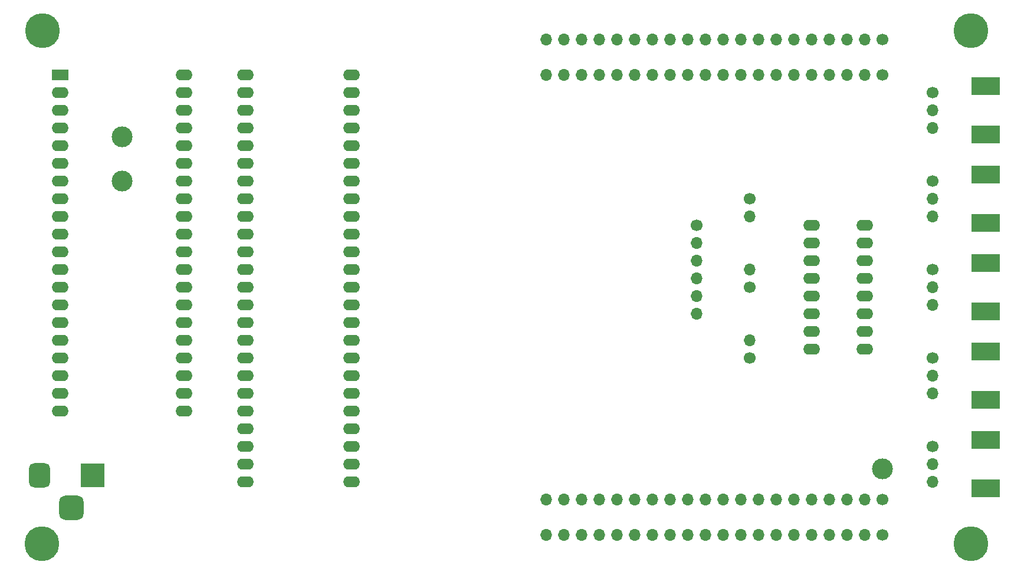
<source format=gbr>
%TF.GenerationSoftware,KiCad,Pcbnew,(6.0.5)*%
%TF.CreationDate,2022-07-21T21:10:46+10:00*%
%TF.ProjectId,glitcher,676c6974-6368-4657-922e-6b696361645f,rev?*%
%TF.SameCoordinates,Original*%
%TF.FileFunction,Soldermask,Bot*%
%TF.FilePolarity,Negative*%
%FSLAX46Y46*%
G04 Gerber Fmt 4.6, Leading zero omitted, Abs format (unit mm)*
G04 Created by KiCad (PCBNEW (6.0.5)) date 2022-07-21 21:10:46*
%MOMM*%
%LPD*%
G01*
G04 APERTURE LIST*
G04 Aperture macros list*
%AMRoundRect*
0 Rectangle with rounded corners*
0 $1 Rounding radius*
0 $2 $3 $4 $5 $6 $7 $8 $9 X,Y pos of 4 corners*
0 Add a 4 corners polygon primitive as box body*
4,1,4,$2,$3,$4,$5,$6,$7,$8,$9,$2,$3,0*
0 Add four circle primitives for the rounded corners*
1,1,$1+$1,$2,$3*
1,1,$1+$1,$4,$5*
1,1,$1+$1,$6,$7*
1,1,$1+$1,$8,$9*
0 Add four rect primitives between the rounded corners*
20,1,$1+$1,$2,$3,$4,$5,0*
20,1,$1+$1,$4,$5,$6,$7,0*
20,1,$1+$1,$6,$7,$8,$9,0*
20,1,$1+$1,$8,$9,$2,$3,0*%
G04 Aperture macros list end*
%ADD10R,2.400000X1.600000*%
%ADD11O,2.400000X1.600000*%
%ADD12C,1.700000*%
%ADD13O,1.700000X1.700000*%
%ADD14C,5.000000*%
%ADD15R,4.190000X2.665000*%
%ADD16C,2.999999*%
%ADD17R,3.500001X3.500001*%
%ADD18RoundRect,0.750000X-0.749999X-1.000000X0.749999X-1.000000X0.749999X1.000000X-0.749999X1.000000X0*%
%ADD19RoundRect,0.875000X-0.875000X-0.875000X0.875000X-0.875000X0.875000X0.875000X-0.875000X0.875000X0*%
%ADD20C,3.000000*%
G04 APERTURE END LIST*
D10*
%TO.C,U1*%
X92705000Y-50805000D03*
D11*
X92705000Y-53345000D03*
X92705000Y-55885000D03*
X92705000Y-58425000D03*
X92705000Y-60965000D03*
X92705000Y-63505000D03*
X92705000Y-66045000D03*
X92705000Y-68585000D03*
X92705000Y-71125000D03*
X92705000Y-73665000D03*
X92705000Y-76205000D03*
X92705000Y-78745000D03*
X92705000Y-81285000D03*
X92705000Y-83825000D03*
X92705000Y-86365000D03*
X92705000Y-88905000D03*
X92705000Y-91445000D03*
X92705000Y-93985000D03*
X92705000Y-96525000D03*
X92705000Y-99065000D03*
X110485000Y-99065000D03*
X110485000Y-96525000D03*
X110485000Y-93985000D03*
X110485000Y-91445000D03*
X110485000Y-88905000D03*
X110485000Y-86365000D03*
X110485000Y-83825000D03*
X110485000Y-81285000D03*
X110485000Y-78745000D03*
X110485000Y-76205000D03*
X110485000Y-73665000D03*
X110485000Y-71125000D03*
X110485000Y-68585000D03*
X110485000Y-66045000D03*
X110485000Y-63505000D03*
X110485000Y-60965000D03*
X110485000Y-58425000D03*
X110485000Y-55885000D03*
X110485000Y-53345000D03*
X110485000Y-50805000D03*
%TD*%
D12*
%TO.C,J4*%
X217920704Y-53340000D03*
D13*
X217920714Y-55880000D03*
X217920714Y-58420000D03*
%TD*%
D12*
%TO.C,J_RIGHTEXP_OUTER1*%
X210755714Y-50800000D03*
D13*
X208215714Y-50800000D03*
X205675714Y-50800000D03*
X203135714Y-50800000D03*
X200595714Y-50800000D03*
X198055714Y-50800000D03*
X195515714Y-50800000D03*
X192975714Y-50800000D03*
X190435714Y-50800000D03*
X187895714Y-50800000D03*
X185355714Y-50800000D03*
X182815714Y-50800000D03*
X180275714Y-50800000D03*
X177735714Y-50800000D03*
X175195714Y-50800000D03*
X172655714Y-50800000D03*
X170115714Y-50800000D03*
X167575714Y-50800000D03*
X165035714Y-50800000D03*
X162495714Y-50800000D03*
%TD*%
D14*
%TO.C,REF\u002A\u002A*%
X223455714Y-118110000D03*
%TD*%
D12*
%TO.C,J_LEFTEXP1*%
X210755714Y-116840000D03*
D13*
X208215714Y-116840000D03*
X205675714Y-116840000D03*
X203135714Y-116840000D03*
X200595714Y-116840000D03*
X198055714Y-116840000D03*
X195515714Y-116840000D03*
X192975714Y-116840000D03*
X190435714Y-116840000D03*
X187895714Y-116840000D03*
X185355714Y-116840000D03*
X182815714Y-116840000D03*
X180275714Y-116840000D03*
X177735714Y-116840000D03*
X175195714Y-116840000D03*
X172655714Y-116840000D03*
X170115714Y-116840000D03*
X167575714Y-116840000D03*
X165035714Y-116840000D03*
X162495714Y-116840000D03*
%TD*%
D12*
%TO.C,J_LEFTEXP_OUTER1*%
X210755716Y-111759992D03*
D13*
X208215714Y-111760000D03*
X205675714Y-111760000D03*
X203135714Y-111760000D03*
X200595714Y-111760000D03*
X198055714Y-111760000D03*
X195515714Y-111760000D03*
X192975714Y-111760000D03*
X190435714Y-111760000D03*
X187895714Y-111760000D03*
X185355714Y-111760000D03*
X182815714Y-111760000D03*
X180275714Y-111760000D03*
X177735714Y-111760000D03*
X175195714Y-111760000D03*
X172655714Y-111760000D03*
X170115714Y-111760000D03*
X167575714Y-111760000D03*
X165035714Y-111760000D03*
X162495716Y-111759992D03*
%TD*%
D15*
%TO.C,HS2_OUT1*%
X225540714Y-97472500D03*
X225540714Y-90487500D03*
%TD*%
D12*
%TO.C,J2*%
X184085714Y-72390000D03*
D13*
X184085714Y-74930000D03*
X184085714Y-77470000D03*
X184085714Y-80010000D03*
X184085714Y-82550000D03*
X184085714Y-85090000D03*
%TD*%
D15*
%TO.C,SMA_Y1*%
X225540714Y-72072500D03*
X225540714Y-65087500D03*
%TD*%
%TO.C,TRIG_IN1*%
X225540714Y-110172500D03*
X225540714Y-103187500D03*
%TD*%
D12*
%TO.C,J7*%
X217920704Y-78740000D03*
D13*
X217920714Y-81280000D03*
X217920714Y-83820000D03*
%TD*%
D12*
%TO.C,J_RIGHTEXP1*%
X210755714Y-45720000D03*
D13*
X208215714Y-45720000D03*
X205675714Y-45720000D03*
X203135714Y-45720000D03*
X200595714Y-45720000D03*
X198055714Y-45720000D03*
X195515714Y-45720000D03*
X192975714Y-45720000D03*
X190435714Y-45720000D03*
X187895714Y-45720000D03*
X185355714Y-45720000D03*
X182815714Y-45720000D03*
X180275714Y-45720000D03*
X177735714Y-45720000D03*
X175195714Y-45720000D03*
X172655714Y-45720000D03*
X170115714Y-45720000D03*
X167575714Y-45720000D03*
X165035714Y-45720000D03*
X162495714Y-45720000D03*
%TD*%
D14*
%TO.C,REF\u002A\u002A*%
X223455714Y-44450000D03*
%TD*%
D12*
%TO.C,J5*%
X217920704Y-66040000D03*
D13*
X217920714Y-68580000D03*
X217920714Y-71120000D03*
%TD*%
D12*
%TO.C,J6*%
X217920704Y-104140000D03*
D13*
X217920714Y-106680000D03*
X217920714Y-109220000D03*
%TD*%
D14*
%TO.C,REF\u002A\u002A*%
X90170000Y-44450000D03*
%TD*%
D16*
%TO.C,REF\u002A\u002A*%
X210755714Y-107315000D03*
%TD*%
D12*
%TO.C,PINS_Z_INPUT1*%
X191705714Y-91440000D03*
D13*
X191705714Y-88900000D03*
%TD*%
D11*
%TO.C,U2*%
X134555718Y-109219992D03*
X134555714Y-106680000D03*
X134555714Y-104140000D03*
X134555714Y-101600000D03*
X134555714Y-99060000D03*
X134555714Y-96520000D03*
X134555714Y-93980000D03*
X134555714Y-91440000D03*
X134555714Y-88900000D03*
X134555714Y-86360000D03*
X134555714Y-83820000D03*
X134555714Y-81280000D03*
X134555714Y-78740000D03*
X134555714Y-76200000D03*
X134555714Y-73660000D03*
X134555714Y-71120000D03*
X134555714Y-68580000D03*
X134555714Y-66040000D03*
X134555714Y-63500000D03*
X134555714Y-60960000D03*
X134555714Y-58420000D03*
X134555714Y-55880000D03*
X134555714Y-53340000D03*
X134555714Y-50800000D03*
X119315714Y-50800000D03*
X119315714Y-53340000D03*
X119315714Y-55880000D03*
X119315714Y-58420000D03*
X119315714Y-60960000D03*
X119315714Y-63500000D03*
X119315714Y-66040000D03*
X119315714Y-68580000D03*
X119315714Y-71120000D03*
X119315714Y-73660000D03*
X119315714Y-76200000D03*
X119315714Y-78740000D03*
X119315714Y-81280000D03*
X119315714Y-83820000D03*
X119315714Y-86360000D03*
X119315714Y-88900000D03*
X119315714Y-91440000D03*
X119315714Y-93980000D03*
X119315714Y-96520000D03*
X119315714Y-99060000D03*
X119315714Y-101600000D03*
X119315714Y-104140000D03*
X119315714Y-106680000D03*
X119315714Y-109220000D03*
%TD*%
%TO.C,U3*%
X200605722Y-72379992D03*
X200605714Y-74920000D03*
X200605714Y-77460000D03*
X200605714Y-80000000D03*
X200605714Y-82540000D03*
X200605714Y-85080000D03*
X200605714Y-87620000D03*
X200605714Y-90160000D03*
X208225714Y-90160000D03*
X208225714Y-87620000D03*
X208225714Y-85080000D03*
X208225714Y-82540000D03*
X208225714Y-80000000D03*
X208225714Y-77460000D03*
X208225714Y-74920000D03*
X208225714Y-72380000D03*
%TD*%
D17*
%TO.C,J1*%
X97375724Y-108262492D03*
D18*
X89755724Y-108262492D03*
D19*
X94375726Y-112962496D03*
%TD*%
D14*
%TO.C,REF\u002A\u002A*%
X90105713Y-118110000D03*
%TD*%
D12*
%TO.C,J3*%
X217920704Y-91440000D03*
D13*
X217920714Y-93980000D03*
X217920714Y-96520000D03*
%TD*%
D12*
%TO.C,PINS_Y_INPUT1*%
X191705714Y-81280000D03*
D13*
X191705714Y-78740000D03*
%TD*%
D15*
%TO.C,SMA_Z1*%
X225540714Y-77787500D03*
X225540714Y-84772500D03*
%TD*%
%TO.C,SMA_X1*%
X225540714Y-59372500D03*
X225540714Y-52387500D03*
%TD*%
D12*
%TO.C,PINS_X_INPUT1*%
X191705714Y-68580000D03*
D13*
X191705714Y-71120000D03*
%TD*%
D20*
%TO.C,TP2*%
X101600000Y-66040000D03*
%TD*%
%TO.C,TP1*%
X101600000Y-59690000D03*
%TD*%
M02*

</source>
